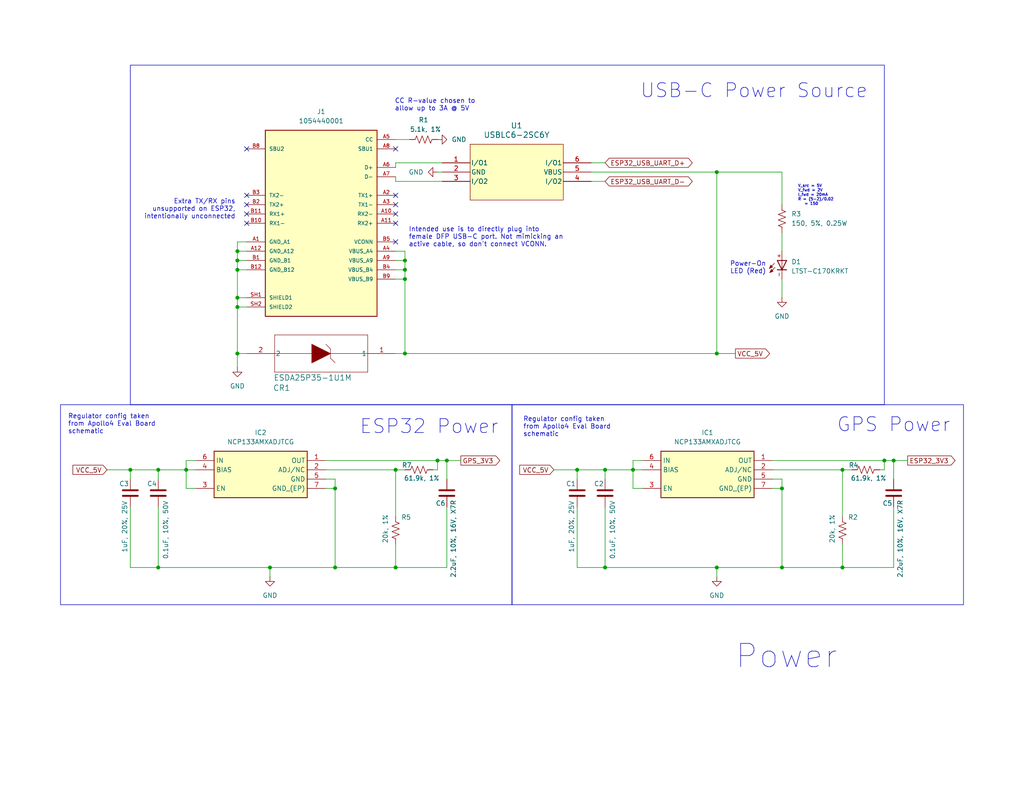
<source format=kicad_sch>
(kicad_sch (version 20231120) (generator "eeschema") (generator_version "8.0")
  (paper "USLetter")
  (title_block (title "CivicAlert") (rev "A") (company "Vanderbilt University"))
  (lib_symbols
    (symbol "1054440001:1054440001" (pin_names (offset 1.016))
      (property "Reference" "J" (at -15.24 26.162 0))
      (property "Value" "1054440001" (at -15.24 -27.94 0))
      (symbol "1054440001_0_0"
        (rectangle (start -15.24 -25.4) (end 15.24 25.4) (stroke (width 0.254)) (fill (type background)))
        (pin bidirectional line (at -20.32 2.54 0) (length 5.08) (name "RX2-") (number "A10"))
        (pin bidirectional line (at -20.32 0 0) (length 5.08) (name "RX2+") (number "A11"))
        (pin bidirectional line (at -20.32 7.62 0) (length 5.08) (name "TX1+") (number "A2"))
        (pin bidirectional line (at -20.32 5.08 0) (length 5.08) (name "TX1-") (number "A3"))
        (pin bidirectional line (at -20.32 22.86 0) (length 5.08) (name "CC") (number "A5"))
        (pin bidirectional line (at -20.32 15.24 0) (length 5.08) (name "D+") (number "A6"))
        (pin bidirectional line (at -20.32 12.7 0) (length 5.08) (name "D-") (number "A7"))
        (pin bidirectional line (at -20.32 20.32 0) (length 5.08) (name "SBU1") (number "A8"))
        (pin bidirectional line (at 20.32 0 180) (length 5.08) (name "RX1-") (number "B10"))
        (pin bidirectional line (at 20.32 2.54 180) (length 5.08) (name "RX1+") (number "B11"))
        (pin bidirectional line (at 20.32 5.08 180) (length 5.08) (name "TX2+") (number "B2"))
        (pin bidirectional line (at 20.32 7.62 180) (length 5.08) (name "TX2-") (number "B3"))
        (pin bidirectional line (at 20.32 20.32 180) (length 5.08) (name "SBU2") (number "B8"))
        (pin passive line (at 20.32 -20.32 180) (length 5.08) (name "SHIELD1") (number "SH1"))
        (pin passive line (at 20.32 -22.86 180) (length 5.08) (name "SHIELD2") (number "SH2"))
      )
      (symbol "1054440001_1_0"
        (pin power_in line (at 20.32 -5.08 180) (length 5.08) (name "GND_A1") (number "A1"))
        (pin power_in line (at 20.32 -7.62 180) (length 5.08) (name "GND_A12") (number "A12"))
        (pin power_in line (at -20.32 -7.62 0) (length 5.08) (name "VBUS_A4") (number "A4"))
        (pin power_in line (at -20.32 -10.16 0) (length 5.08) (name "VBUS_A9") (number "A9"))
        (pin power_in line (at 20.32 -10.16 180) (length 5.08) (name "GND_B1") (number "B1"))
        (pin power_in line (at 20.32 -12.7 180) (length 5.08) (name "GND_B12") (number "B12"))
        (pin power_in line (at -20.32 -12.7 0) (length 5.08) (name "VBUS_B4") (number "B4"))
        (pin bidirectional line (at -20.32 -5.08 0) (length 5.08) (name "VCONN") (number "B5"))
        (pin power_out line (at -20.32 -15.24 0) (length 5.08) (name "VBUS_B9") (number "B9"))
      )
    )
    (symbol "2024-08-09_20-20-12:ESDA25P35-1U1M" (pin_names (offset 0.254))
      (property "Reference" "CR" (at 20.32 10.16 0))
      (property "Value" "ESDA25P35-1U1M" (at 20.32 7.62 0))
      (symbol "ESDA25P35-1U1M_0_1"
        (polyline (pts (xy 7.62 -5.08) (xy 33.02 -5.08)) (stroke (width 0.127)))
        (polyline (pts (xy 7.62 0) (xy 33.02 0)) (stroke (width 0.127)))
        (polyline (pts (xy 7.62 5.08) (xy 7.62 -5.08)) (stroke (width 0.127)))
        (polyline (pts (xy 17.78 0) (xy 22.86 -2.54)) (stroke (width 0.127)))
        (polyline (pts (xy 17.78 1.27) (xy 16.51 2.54)) (stroke (width 0.127)))
        (polyline (pts (xy 17.78 1.27) (xy 17.78 -1.27)) (stroke (width 0.127)))
        (polyline (pts (xy 19.05 -2.54) (xy 17.78 -1.27)) (stroke (width 0.127)))
        (polyline (pts (xy 22.86 -2.54) (xy 22.86 2.54)) (stroke (width 0.127)))
        (polyline (pts (xy 22.86 2.54) (xy 17.78 0)) (stroke (width 0.127)))
        (polyline (pts (xy 33.02 -5.08) (xy 33.02 5.08)) (stroke (width 0.127)))
        (polyline (pts (xy 33.02 5.08) (xy 7.62 5.08)) (stroke (width 0.127)))
        (polyline (pts (xy 17.78 0) (xy 22.86 2.54) (xy 22.86 -2.54)) (fill (type outline)))
      )
      (symbol "ESDA25P35-1U1M_1_1"
        (pin passive line (at 0 0 0) (length 7.62) (name "1") (number "1"))
        (pin passive line (at 40.64 0 180) (length 7.62) (name "2") (number "2"))
      )
    )
    (symbol "2024-08-09_21-18-38:USBLC6-2SC6Y" (pin_names (offset 0.254))
      (property "Reference" "U" (at 20.32 10.16 0))
      (property "Value" "USBLC6-2SC6Y" (at 20.32 7.62 0))
      (symbol "USBLC6-2SC6Y_0_1"
        (rectangle (start 7.62 5.08) (end 33.02 -10.16) (fill (type background)))
        (pin bidirectional line (at 0 0 0) (length 7.62) (name "I/O1") (number "1"))
        (pin power_in line (at 0 -2.54 0) (length 7.62) (name "GND") (number "2"))
        (pin bidirectional line (at 0 -5.08 0) (length 7.62) (name "I/O2") (number "3"))
        (pin bidirectional line (at 40.64 -5.08 180) (length 7.62) (name "I/O2") (number "4"))
        (pin power_in line (at 40.64 -2.54 180) (length 7.62) (name "VBUS") (number "5"))
        (pin bidirectional line (at 40.64 0 180) (length 7.62) (name "I/O1") (number "6"))
      )
    )
    (symbol "Device:C" (pin_numbers hide) (pin_names (offset 0.254))
      (property "Reference" "C" (at 0.635 2.54 0))
      (property "Value" "C" (at 0.635 -2.54 0))
      (symbol "C_0_1"
        (polyline (pts (xy -2.032 -0.762) (xy 2.032 -0.762)) (stroke (width 0.508)))
        (polyline (pts (xy -2.032 0.762) (xy 2.032 0.762)) (stroke (width 0.508)))
      )
      (symbol "C_1_1"
        (pin passive line (at 0 3.81 270) (length 2.794) (name "~") (number "1"))
        (pin passive line (at 0 -3.81 90) (length 2.794) (name "~") (number "2"))
      )
    )
    (symbol "Device:R_US" (pin_numbers hide) (pin_names (offset 0))
      (property "Reference" "R" (at 2.54 0 90))
      (property "Value" "R_US" (at -2.54 0 90))
      (symbol "R_US_0_1"
        (polyline (pts (xy 0 -2.286) (xy 0 -2.54)))
        (polyline (pts (xy 0 2.286) (xy 0 2.54)))
        (polyline (pts (xy 0 -0.762) (xy 1.016 -1.143) (xy 0 -1.524) (xy -1.016 -1.905) (xy 0 -2.286)))
        (polyline (pts (xy 0 0.762) (xy 1.016 0.381) (xy 0 0) (xy -1.016 -0.381) (xy 0 -0.762)))
        (polyline (pts (xy 0 2.286) (xy 1.016 1.905) (xy 0 1.524) (xy -1.016 1.143) (xy 0 0.762)))
      )
      (symbol "R_US_1_1"
        (pin passive line (at 0 3.81 270) (length 1.27) (name "~") (number "1"))
        (pin passive line (at 0 -3.81 90) (length 1.27) (name "~") (number "2"))
      )
    )
    (symbol "LTST-C170KRKT:LTST-C170KRKT" (pin_names (offset 1.016))
      (property "Reference" "D" (at -2.0343 4.0686 0))
      (property "Value" "LTST-C170KRKT" (at -2.0325 -5.7164 0))
      (symbol "LTST-C170KRKT_0_0"
        (polyline (pts (xy 0 -1.27) (xy 0 0)) (stroke (width 0.254)))
        (polyline (pts (xy 0 0) (xy 0 1.27)) (stroke (width 0.254)))
        (polyline (pts (xy 0 0) (xy 2.54 1.27)) (stroke (width 0.254)))
        (polyline (pts (xy 0.635 1.905) (xy -0.762 3.302)) (stroke (width 0.1524)))
        (polyline (pts (xy 1.778 2.032) (xy 0.381 3.429)) (stroke (width 0.1524)))
        (polyline (pts (xy 2.54 -1.27) (xy 0 0)) (stroke (width 0.254)))
        (polyline (pts (xy 2.54 -1.27) (xy 2.54 0)) (stroke (width 0.254)))
        (polyline (pts (xy 2.54 0) (xy 0 0)) (stroke (width 0.1524)))
        (polyline (pts (xy 2.54 0) (xy 2.54 1.27)) (stroke (width 0.254)))
        (polyline (pts (xy -0.762 3.302) (xy 0.127 2.921) (xy -0.381 2.413) (xy -0.762 3.302)) (stroke (width 0.1524)) (fill (type outline)))
        (polyline (pts (xy 0.381 3.429) (xy 1.27 3.048) (xy 0.762 2.54) (xy 0.381 3.429)) (stroke (width 0.1524)) (fill (type outline)))
        (pin passive line (at 5.08 0 180) (length 2.54) (name "~") (number "+"))
        (pin passive line (at -2.54 0 0) (length 2.54) (name "~") (number "-"))
      )
    )
    (symbol "NCP133AMXADJTCG:NCP133AMXADJTCG"
      (property "Reference" "IC" (at 31.75 7.62 0))
      (property "Value" "NCP133AMXADJTCG" (at 31.75 5.08 0))
      (symbol "NCP133AMXADJTCG_1_1"
        (rectangle (start 5.08 2.54) (end 30.48 -10.16) (stroke (width 0.254)) (fill (type background)))
        (pin power_out line (at 0 0 0) (length 5.08) (name "OUT") (number "1"))
        (pin passive line (at 0 -2.54 0) (length 5.08) (name "ADJ/NC") (number "2"))
        (pin passive line (at 35.56 -7.62 180) (length 5.08) (name "EN") (number "3"))
        (pin passive line (at 35.56 -2.54 180) (length 5.08) (name "BIAS") (number "4"))
        (pin power_in line (at 0 -5.08 0) (length 5.08) (name "GND") (number "5"))
        (pin input line (at 35.56 0 180) (length 5.08) (name "IN") (number "6"))
        (pin power_in line (at 0 -7.62 0) (length 5.08) (name "GND_(EP)") (number "7"))
      )
    )
    (symbol "power:GND" (power) (pin_numbers hide) (pin_names (offset 0) hide)
      (property "Value" "GND" (at 0 -3.81 0))
      (symbol "GND_0_1"
        (polyline (pts (xy 0 0) (xy 0 -1.27) (xy 1.27 -1.27) (xy 0 -2.54) (xy -1.27 -1.27) (xy 0 -1.27)))
      )
      (symbol "GND_1_1"
        (pin power_in line (at 0 0 270) (length 0) (name "~") (number "1"))
      )
    )
  )
  (junction (at 50.8 128.27))
  (junction (at 107.95 128.27))
  (junction (at 110.49 76.2))
  (junction (at 195.58 154.94))
  (junction (at 213.36 133.35))
  (junction (at 64.77 68.58))
  (junction (at 110.49 71.12))
  (junction (at 35.56 128.27))
  (junction (at 91.44 154.94))
  (junction (at 64.77 81.28))
  (junction (at 157.48 128.27))
  (junction (at 213.36 154.94))
  (junction (at 110.49 96.52))
  (junction (at 195.58 96.52))
  (junction (at 43.18 128.27))
  (junction (at 64.77 96.52))
  (junction (at 64.77 83.82))
  (junction (at 195.58 46.99))
  (junction (at 229.87 154.94))
  (junction (at 43.18 154.94))
  (junction (at 172.72 128.27))
  (junction (at 243.84 125.73))
  (junction (at 119.38 125.73))
  (junction (at 241.3 125.73))
  (junction (at 107.95 154.94))
  (junction (at 229.87 128.27))
  (junction (at 165.1 128.27))
  (junction (at 121.92 125.73))
  (junction (at 73.66 154.94))
  (junction (at 64.77 73.66))
  (junction (at 110.49 73.66))
  (junction (at 64.77 71.12))
  (junction (at 165.1 154.94))
  (junction (at 91.44 133.35))
  (no_connect (at 67.31 53.34))
  (no_connect (at 107.95 55.88))
  (no_connect (at 67.31 58.42))
  (no_connect (at 67.31 60.96))
  (no_connect (at 107.95 53.34))
  (no_connect (at 107.95 40.64))
  (no_connect (at 107.95 60.96))
  (no_connect (at 107.95 66.04))
  (no_connect (at 67.31 40.64))
  (no_connect (at 107.95 58.42))
  (no_connect (at 67.31 55.88))
  (wire (pts (xy 151.13 128.27) (xy 157.48 128.27)))
  (wire (pts (xy 64.77 73.66) (xy 64.77 81.28)))
  (wire (pts (xy 229.87 128.27) (xy 232.41 128.27)))
  (wire (pts (xy 64.77 73.66) (xy 67.31 73.66)))
  (wire (pts (xy 43.18 128.27) (xy 50.8 128.27)))
  (wire (pts (xy 119.38 125.73) (xy 121.92 125.73)))
  (wire (pts (xy 64.77 83.82) (xy 67.31 83.82)))
  (wire (pts (xy 210.82 128.27) (xy 229.87 128.27)))
  (wire (pts (xy 213.36 76.2) (xy 213.36 81.28)))
  (wire (pts (xy 53.34 125.73) (xy 50.8 125.73)))
  (wire (pts (xy 43.18 128.27) (xy 43.18 130.81)))
  (wire (pts (xy 53.34 133.35) (xy 50.8 133.35)))
  (wire (pts (xy 110.49 96.52) (xy 107.95 96.52)))
  (wire (pts (xy 165.1 154.94) (xy 165.1 138.43)))
  (wire (pts (xy 91.44 133.35) (xy 91.44 154.94)))
  (wire (pts (xy 229.87 128.27) (xy 229.87 140.97)))
  (wire (pts (xy 64.77 68.58) (xy 67.31 68.58)))
  (wire (pts (xy 119.38 46.99) (xy 120.65 46.99)))
  (wire (pts (xy 243.84 154.94) (xy 229.87 154.94)))
  (wire (pts (xy 107.95 48.26) (xy 107.95 49.53)))
  (wire (pts (xy 213.36 154.94) (xy 229.87 154.94)))
  (wire (pts (xy 229.87 148.59) (xy 229.87 154.94)))
  (wire (pts (xy 107.95 45.72) (xy 107.95 44.45)))
  (wire (pts (xy 213.36 130.81) (xy 213.36 133.35)))
  (wire (pts (xy 91.44 154.94) (xy 107.95 154.94)))
  (wire (pts (xy 243.84 125.73) (xy 243.84 130.81)))
  (wire (pts (xy 210.82 125.73) (xy 241.3 125.73)))
  (wire (pts (xy 161.29 46.99) (xy 195.58 46.99)))
  (wire (pts (xy 213.36 133.35) (xy 213.36 154.94)))
  (wire (pts (xy 110.49 76.2) (xy 110.49 96.52)))
  (wire (pts (xy 107.95 49.53) (xy 120.65 49.53)))
  (wire (pts (xy 172.72 125.73) (xy 172.72 128.27)))
  (wire (pts (xy 195.58 154.94) (xy 165.1 154.94)))
  (wire (pts (xy 110.49 73.66) (xy 110.49 76.2)))
  (wire (pts (xy 157.48 154.94) (xy 165.1 154.94)))
  (wire (pts (xy 64.77 96.52) (xy 67.31 96.52)))
  (wire (pts (xy 110.49 71.12) (xy 110.49 73.66)))
  (wire (pts (xy 50.8 133.35) (xy 50.8 128.27)))
  (wire (pts (xy 241.3 125.73) (xy 241.3 128.27)))
  (wire (pts (xy 107.95 128.27) (xy 110.49 128.27)))
  (wire (pts (xy 175.26 133.35) (xy 172.72 133.35)))
  (wire (pts (xy 240.03 128.27) (xy 241.3 128.27)))
  (wire (pts (xy 107.95 73.66) (xy 110.49 73.66)))
  (wire (pts (xy 175.26 125.73) (xy 172.72 125.73)))
  (wire (pts (xy 213.36 63.5) (xy 213.36 68.58)))
  (wire (pts (xy 213.36 133.35) (xy 210.82 133.35)))
  (wire (pts (xy 161.29 49.53) (xy 165.1 49.53)))
  (wire (pts (xy 118.11 128.27) (xy 119.38 128.27)))
  (wire (pts (xy 110.49 68.58) (xy 110.49 71.12)))
  (wire (pts (xy 35.56 128.27) (xy 35.56 130.81)))
  (wire (pts (xy 110.49 96.52) (xy 195.58 96.52)))
  (wire (pts (xy 243.84 138.43) (xy 243.84 154.94)))
  (wire (pts (xy 50.8 128.27) (xy 53.34 128.27)))
  (wire (pts (xy 35.56 154.94) (xy 43.18 154.94)))
  (wire (pts (xy 29.21 128.27) (xy 35.56 128.27)))
  (wire (pts (xy 210.82 130.81) (xy 213.36 130.81)))
  (wire (pts (xy 157.48 128.27) (xy 157.48 130.81)))
  (wire (pts (xy 64.77 66.04) (xy 64.77 68.58)))
  (wire (pts (xy 88.9 125.73) (xy 119.38 125.73)))
  (wire (pts (xy 107.95 44.45) (xy 120.65 44.45)))
  (wire (pts (xy 195.58 46.99) (xy 213.36 46.99)))
  (wire (pts (xy 195.58 96.52) (xy 195.58 46.99)))
  (wire (pts (xy 195.58 154.94) (xy 195.58 157.48)))
  (wire (pts (xy 119.38 125.73) (xy 119.38 128.27)))
  (wire (pts (xy 195.58 96.52) (xy 200.66 96.52)))
  (wire (pts (xy 107.95 128.27) (xy 107.95 140.97)))
  (wire (pts (xy 64.77 71.12) (xy 67.31 71.12)))
  (wire (pts (xy 64.77 81.28) (xy 67.31 81.28)))
  (wire (pts (xy 107.95 71.12) (xy 110.49 71.12)))
  (wire (pts (xy 161.29 44.45) (xy 165.1 44.45)))
  (wire (pts (xy 107.95 68.58) (xy 110.49 68.58)))
  (wire (pts (xy 107.95 38.1) (xy 111.76 38.1)))
  (wire (pts (xy 43.18 154.94) (xy 43.18 138.43)))
  (wire (pts (xy 64.77 71.12) (xy 64.77 73.66)))
  (wire (pts (xy 121.92 138.43) (xy 121.92 154.94)))
  (wire (pts (xy 121.92 125.73) (xy 121.92 130.81)))
  (wire (pts (xy 213.36 46.99) (xy 213.36 55.88)))
  (wire (pts (xy 157.48 138.43) (xy 157.48 154.94)))
  (wire (pts (xy 64.77 81.28) (xy 64.77 83.82)))
  (wire (pts (xy 157.48 128.27) (xy 165.1 128.27)))
  (wire (pts (xy 107.95 148.59) (xy 107.95 154.94)))
  (wire (pts (xy 73.66 154.94) (xy 43.18 154.94)))
  (wire (pts (xy 88.9 128.27) (xy 107.95 128.27)))
  (wire (pts (xy 107.95 76.2) (xy 110.49 76.2)))
  (wire (pts (xy 165.1 128.27) (xy 165.1 130.81)))
  (wire (pts (xy 172.72 133.35) (xy 172.72 128.27)))
  (wire (pts (xy 88.9 130.81) (xy 91.44 130.81)))
  (wire (pts (xy 35.56 128.27) (xy 43.18 128.27)))
  (wire (pts (xy 73.66 154.94) (xy 91.44 154.94)))
  (wire (pts (xy 91.44 133.35) (xy 88.9 133.35)))
  (wire (pts (xy 243.84 125.73) (xy 247.65 125.73)))
  (wire (pts (xy 64.77 83.82) (xy 64.77 96.52)))
  (wire (pts (xy 50.8 125.73) (xy 50.8 128.27)))
  (wire (pts (xy 73.66 154.94) (xy 73.66 157.48)))
  (wire (pts (xy 195.58 154.94) (xy 213.36 154.94)))
  (wire (pts (xy 172.72 128.27) (xy 175.26 128.27)))
  (wire (pts (xy 64.77 96.52) (xy 64.77 100.33)))
  (wire (pts (xy 165.1 128.27) (xy 172.72 128.27)))
  (wire (pts (xy 121.92 125.73) (xy 125.73 125.73)))
  (wire (pts (xy 241.3 125.73) (xy 243.84 125.73)))
  (wire (pts (xy 64.77 68.58) (xy 64.77 71.12)))
  (wire (pts (xy 91.44 130.81) (xy 91.44 133.35)))
  (wire (pts (xy 121.92 154.94) (xy 107.95 154.94)))
  (wire (pts (xy 67.31 66.04) (xy 64.77 66.04)))
  (wire (pts (xy 35.56 138.43) (xy 35.56 154.94)))
  (rectangle (start 35.56 17.78) (end 241.3 110.49))
  (rectangle (start 139.7 110.49) (end 262.89 165.1))
  (rectangle (start 16.51 110.49) (end 139.7 165.1))
  (text "Intended use is to directly plug into\nfemale DFP USB-C port. Not mimicking an\nactive cable, so don't connect VCONN." (at 111.506 64.77 0) (effects (font (size 1.27 1.27)) (justify left)))
  (text "Regulator config taken\nfrom Apollo4 Eval Board\nschematic" (at 142.748 116.586 0) (effects (font (size 1.27 1.27)) (justify left)))
  (text "Power" (at 214.63 179.324 0) (effects (font (size 6.35 6.35))))
  (text "CC R-value chosen to\nallow up to 3A @ 5V" (at 107.696 28.702 0) (effects (font (size 1.27 1.27)) (justify left)))
  (text "GPS Power" (at 243.84 116.078 0) (effects (font (size 3.81 3.81))))
  (text "ESP32 Power" (at 117.094 116.586 0) (effects (font (size 3.81 3.81))))
  (text "V_src = 5V\nV_fwd = 2V\nI_fwd = 20mA\nR = (5-2)/0.02\n   = 150" (at 217.678 53.34 0) (effects (font (size 0.762 0.762)) (justify left)))
  (text "Extra TX/RX pins\nunsupported on ESP32,\nintentionally unconnected" (at 64.262 57.15 0) (effects (font (size 1.27 1.27)) (justify right)))
  (text "USB-C Power Source" (at 205.74 24.892 0) (effects (font (size 3.81 3.81))))
  (text "Power-On\nLED (Red)" (at 209.042 73.152 0) (effects (font (size 1.27 1.27)) (justify right)))
  (text "Regulator config taken\nfrom Apollo4 Eval Board\nschematic" (at 18.542 115.824 0) (effects (font (size 1.27 1.27)) (justify left)))
  (global_label "GPS_3V3" (shape output) (at 125.73 125.73 0) (property "Intersheetrefs" "${INTERSHEET_REFS}" (effects (hide yes))))
  (global_label "ESP32_USB_UART_D+" (shape bidirectional) (at 165.1 44.45 0) (property "Intersheetrefs" "${INTERSHEET_REFS}" (effects (hide yes))))
  (global_label "ESP32_USB_UART_D-" (shape bidirectional) (at 165.1 49.53 0) (property "Intersheetrefs" "${INTERSHEET_REFS}" (effects (hide yes))))
  (global_label "VCC_5V" (shape input) (at 151.13 128.27 180) (property "Intersheetrefs" "${INTERSHEET_REFS}" (effects (hide yes))))
  (global_label "VCC_5V" (shape output) (at 200.66 96.52 0) (property "Intersheetrefs" "${INTERSHEET_REFS}" (effects (hide yes))))
  (global_label "ESP32_3V3" (shape output) (at 247.65 125.73 0) (property "Intersheetrefs" "${INTERSHEET_REFS}" (effects (hide yes))))
  (global_label "VCC_5V" (shape input) (at 29.21 128.27 180) (property "Intersheetrefs" "${INTERSHEET_REFS}" (effects (hide yes))))
  (symbol (lib_id "2024-08-09_20-20-12:ESDA25P35-1U1M") (at 107.95 96.52 180) (unit 1)
    (property "Reference" "CR1" (at 79.248 105.918 0) (effects (font (size 1.524 1.524)) (justify left)))
    (property "Value" "ESDA25P35-1U1M" (at 96.012 103.124 0) (effects (font (size 1.524 1.524)) (justify left)))
    (property "Footprint" "ESDA25P35:QFN1610_STM" (effects (hide yes)))
    (property "Datasheet" "ESDA25P35-1U1M" (effects (hide yes)))
  )
  (symbol (lib_id "power:GND") (at 119.38 46.99 270) (unit 1)
    (property "Reference" "#PWR02" (effects (hide yes)))
    (property "Value" "GND" (at 115.57 46.9899 90) (effects (justify right)))
    (property "Description" "Power symbol creates a global label with name \"GND\" , ground" (effects (hide yes)))
  )
  (symbol (lib_id "Device:C") (at 165.1 134.62 0) (unit 1)
    (property "Reference" "C2" (at 162.052 132.08 0) (effects (justify left)))
    (property "Value" "0.1uF, 10%, 50V" (at 167.132 152.654 90) (effects (justify left)))
    (property "Description" "Unpolarized capacitor" (effects (hide yes)))
  )
  (symbol (lib_id "Device:R_US") (at 114.3 128.27 270) (unit 1)
    (property "Reference" "R7" (at 110.998 127 90))
    (property "Value" "61.9k, 1%" (at 115.062 130.556 90))
    (property "Description" "Resistor, US symbol" (effects (hide yes)))
  )
  (symbol (lib_id "Device:C") (at 157.48 134.62 0) (unit 1)
    (property "Reference" "C1" (at 154.432 132.08 0) (effects (justify left)))
    (property "Value" "1uF, 20%, 25V" (at 155.956 150.876 90) (effects (justify left)))
    (property "Description" "Unpolarized capacitor" (effects (hide yes)))
  )
  (symbol (lib_id "Device:R_US") (at 236.22 128.27 270) (unit 1)
    (property "Reference" "R4" (at 232.918 127 90))
    (property "Value" "61.9k, 1%" (at 236.982 130.556 90))
    (property "Description" "Resistor, US symbol" (effects (hide yes)))
  )
  (symbol (lib_id "2024-08-09_21-18-38:USBLC6-2SC6Y") (at 120.65 44.45 0) (unit 1)
    (property "Reference" "U1" (at 140.97 34.29 0) (effects (font (size 1.524 1.524))))
    (property "Value" "USBLC6-2SC6Y" (at 140.97 36.83 0) (effects (font (size 1.524 1.524))))
    (property "Footprint" "USBLC6-2SC6Y:SOT23-6L_STM" (effects (hide yes)))
    (property "Datasheet" "USBLC6-2SC6Y" (effects (hide yes)))
  )
  (symbol (lib_id "Device:C") (at 121.92 134.62 0) (unit 1)
    (property "Reference" "C6" (at 118.872 137.414 0) (effects (justify left)))
    (property "Value" "2.2uF, 10%, 16V, X7R" (at 123.698 157.734 90) (effects (justify left)))
    (property "Description" "Unpolarized capacitor" (effects (hide yes)))
  )
  (symbol (lib_id "LTST-C170KRKT:LTST-C170KRKT") (at 213.36 73.66 90) (unit 1)
    (property "Reference" "D1" (at 215.9 71.4755 90) (effects (justify right)))
    (property "Value" "LTST-C170KRKT" (at 215.9 74.0155 90) (effects (justify right)))
    (property "Footprint" "LTST-C170KRKT:DIOC200X125X110" (effects (hide yes)))
    (property "DigiKey_Part_Number" "160-1415-2-ND" (effects (hide yes)))
    (property "SnapEDA_Link" "https://www.snapeda.com/parts/LTST-C170KRKT/Lite-On/view-part/?ref=snap" (effects (hide yes)))
    (property "Description_1" "\n                        \n                            Red 631nm LED Indication - Discrete 2V 0805 (2012 Metric)\n                        \n" (effects (hide yes)))
    (property "Package" "0805 Lite-On" (effects (hide yes)))
    (property "Check_prices" "https://www.snapeda.com/parts/LTST-C170KRKT/Lite-On/view-part/?ref=eda" (effects (hide yes)))
    (property "MF" "Lite-On Inc." (effects (hide yes)))
    (property "MP" "LTST-C170KRKT" (effects (hide yes)))
    (property "MANUFACTURER" "LiteOn" (effects (hide yes)))
  )
  (symbol (lib_id "power:GND") (at 213.36 81.28 0) (unit 1)
    (property "Reference" "#PWR05" (effects (hide yes)))
    (property "Value" "GND" (at 213.36 86.36 0))
    (property "Description" "Power symbol creates a global label with name \"GND\" , ground" (effects (hide yes)))
  )
  (symbol (lib_id "power:GND") (at 64.77 100.33 0) (unit 1)
    (property "Reference" "#PWR01" (effects (hide yes)))
    (property "Value" "GND" (at 64.77 105.41 0))
    (property "Description" "Power symbol creates a global label with name \"GND\" , ground" (effects (hide yes)))
  )
  (symbol (lib_id "Device:C") (at 243.84 134.62 0) (unit 1)
    (property "Reference" "C5" (at 240.792 137.414 0) (effects (justify left)))
    (property "Value" "2.2uF, 10%, 16V, X7R" (at 245.618 157.734 90) (effects (justify left)))
    (property "Description" "Unpolarized capacitor" (effects (hide yes)))
  )
  (symbol (lib_id "Device:R_US") (at 115.57 38.1 270) (unit 1)
    (property "Reference" "R1" (at 115.57 32.766 90))
    (property "Value" "5.1k, 1%" (at 116.078 35.306 90))
    (property "Description" "Resistor, US symbol" (effects (hide yes)))
  )
  (symbol (lib_id "Device:R_US") (at 107.95 144.78 0) (unit 1)
    (property "Reference" "R5" (at 109.474 141.224 0) (effects (justify left)))
    (property "Value" "20k, 1%" (at 105.156 148.336 90) (effects (justify left)))
    (property "Description" "Resistor, US symbol" (effects (hide yes)))
  )
  (symbol (lib_id "Device:C") (at 43.18 134.62 0) (unit 1)
    (property "Reference" "C4" (at 40.132 132.08 0) (effects (justify left)))
    (property "Value" "0.1uF, 10%, 50V" (at 45.212 152.654 90) (effects (justify left)))
    (property "Description" "Unpolarized capacitor" (effects (hide yes)))
  )
  (symbol (lib_id "Device:C") (at 35.56 134.62 0) (unit 1)
    (property "Reference" "C3" (at 32.512 132.08 0) (effects (justify left)))
    (property "Value" "1uF, 20%, 25V" (at 34.036 150.876 90) (effects (justify left)))
    (property "Description" "Unpolarized capacitor" (effects (hide yes)))
  )
  (symbol (lib_id "power:GND") (at 119.38 38.1 90) (unit 1)
    (property "Reference" "#PWR03" (effects (hide yes)))
    (property "Value" "GND" (at 123.19 38.0999 90) (effects (justify right)))
    (property "Description" "Power symbol creates a global label with name \"GND\" , ground" (effects (hide yes)))
  )
  (symbol (lib_id "power:GND") (at 195.58 157.48 0) (unit 1)
    (property "Reference" "#PWR04" (effects (hide yes)))
    (property "Value" "GND" (at 195.58 162.56 0))
    (property "Description" "Power symbol creates a global label with name \"GND\" , ground" (effects (hide yes)))
  )
  (symbol (lib_id "NCP133AMXADJTCG:NCP133AMXADJTCG") (at 88.9 125.73 0) (mirror y) (unit 1)
    (property "Reference" "IC2" (at 71.12 118.11 0))
    (property "Value" "NCP133AMXADJTCG" (at 71.12 120.65 0))
    (property "Footprint" "NCP133AMXADJTCG:NCP133AMX110TCG" (effects (hide yes)))
    (property "Datasheet" "http://www.onsemi.com/pub/Collateral/NCP133-D.PDF" (effects (hide yes)))
    (property "Description" "ON Semiconductor NCP133AMXADJTCG, LDO Voltage Regulator Controller, 1A Adjustable, 0.8  3.6 V, +/-1.5% 6-Pin, XDFN" (effects (hide yes)))
    (property "Height" "0" (effects (hide yes)))
    (property "Mouser Part Number" "863-NCP133AMXADJTCG" (effects (hide yes)))
    (property "Mouser Price/Stock" "https://www.mouser.co.uk/ProductDetail/onsemi/NCP133AMXADJTCG?qs=7lMtFQ21GD%2Fb0CQ5YAVOhw%3D%3D" (effects (hide yes)))
    (property "Manufacturer_Name" "onsemi" (effects (hide yes)))
    (property "Manufacturer_Part_Number" "NCP133AMXADJTCG" (effects (hide yes)))
  )
  (symbol (lib_id "Device:R_US") (at 213.36 59.69 0) (unit 1)
    (property "Reference" "R3" (at 215.9 58.4199 0) (effects (justify left)))
    (property "Value" "150, 5%, 0.25W" (at 215.9 60.9599 0) (effects (justify left)))
    (property "Description" "Resistor, US symbol" (effects (hide yes)))
  )
  (symbol (lib_id "NCP133AMXADJTCG:NCP133AMXADJTCG") (at 210.82 125.73 0) (mirror y) (unit 1)
    (property "Reference" "IC1" (at 193.04 118.11 0))
    (property "Value" "NCP133AMXADJTCG" (at 193.04 120.65 0))
    (property "Footprint" "NCP133AMXADJTCG:NCP133AMX110TCG" (effects (hide yes)))
    (property "Datasheet" "http://www.onsemi.com/pub/Collateral/NCP133-D.PDF" (effects (hide yes)))
    (property "Description" "ON Semiconductor NCP133AMXADJTCG, LDO Voltage Regulator Controller, 1A Adjustable, 0.8  3.6 V, +/-1.5% 6-Pin, XDFN" (effects (hide yes)))
    (property "Height" "0" (effects (hide yes)))
    (property "Mouser Part Number" "863-NCP133AMXADJTCG" (effects (hide yes)))
    (property "Mouser Price/Stock" "https://www.mouser.co.uk/ProductDetail/onsemi/NCP133AMXADJTCG?qs=7lMtFQ21GD%2Fb0CQ5YAVOhw%3D%3D" (effects (hide yes)))
    (property "Manufacturer_Name" "onsemi" (effects (hide yes)))
    (property "Manufacturer_Part_Number" "NCP133AMXADJTCG" (effects (hide yes)))
  )
  (symbol (lib_id "1054440001:1054440001") (at 87.63 60.96 0) (mirror y) (unit 1)
    (property "Reference" "J1" (at 87.63 30.48 0))
    (property "Value" "1054440001" (at 87.63 33.02 0))
    (property "Footprint" "USB-C:MOLEX_1054440001" (effects (hide yes)))
    (property "DigiKey_Part_Number" "WM12855-ND" (effects (hide yes)))
    (property "SnapEDA_Link" "https://www.snapeda.com/parts/1054440001/Molex/view-part/?ref=snap" (effects (hide yes)))
    (property "OPTION" "MOLEX_CONFIG" (effects (hide yes)))
    (property "Package" "None" (effects (hide yes)))
    (property "Check_prices" "https://www.snapeda.com/parts/1054440001/Molex/view-part/?ref=eda" (effects (hide yes)))
    (property "STANDARD" "Manufacturer Recommendations" (effects (hide yes)))
    (property "PARTREV" "C2" (effects (hide yes)))
    (property "MF" "Molex" (effects (hide yes)))
    (property "MP" "1054440001" (effects (hide yes)))
    (property "Description_1" "\n                        \n                            USB-C (USB TYPE-C) USB 3.2 Gen 2 (USB 3.1 Gen 2, Superspeed + (USB 3.1)) Plug Connector 24 Position Board Edge, Straddle Mount\n                        \n" (effects (hide yes)))
    (property "MANUFACTURER" "Molex" (effects (hide yes)))
    (property "MAXIMUM_PACKAGE_HEIGHT" "3.84mm" (effects (hide yes)))
  )
  (symbol (lib_id "Device:R_US") (at 229.87 144.78 0) (unit 1)
    (property "Reference" "R2" (at 231.394 141.224 0) (effects (justify left)))
    (property "Value" "20k, 1%" (at 227.076 148.336 90) (effects (justify left)))
    (property "Description" "Resistor, US symbol" (effects (hide yes)))
  )
  (symbol (lib_id "power:GND") (at 73.66 157.48 0) (unit 1)
    (property "Reference" "#PWR07" (effects (hide yes)))
    (property "Value" "GND" (at 73.66 162.56 0))
    (property "Description" "Power symbol creates a global label with name \"GND\" , ground" (effects (hide yes)))
  )
)
</source>
